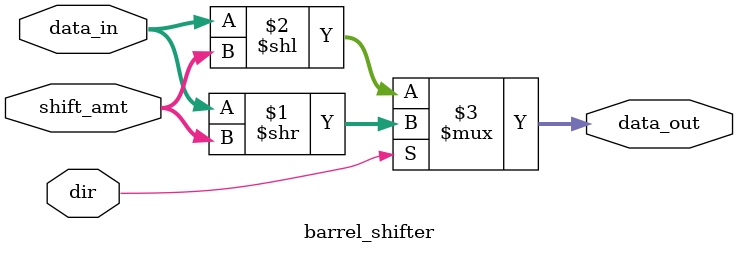
<source format=v>
module barrel_shifter #(
  parameter WIDTH = 8 
)(
  input  [WIDTH-1:0] data_in,               
  input  [$clog2(WIDTH)-1:0] shift_amt,       
  input  dir,                                 
  output [WIDTH-1:0] data_out              
);

  assign data_out = dir ? (data_in >> shift_amt) : (data_in << shift_amt);

endmodule

</source>
